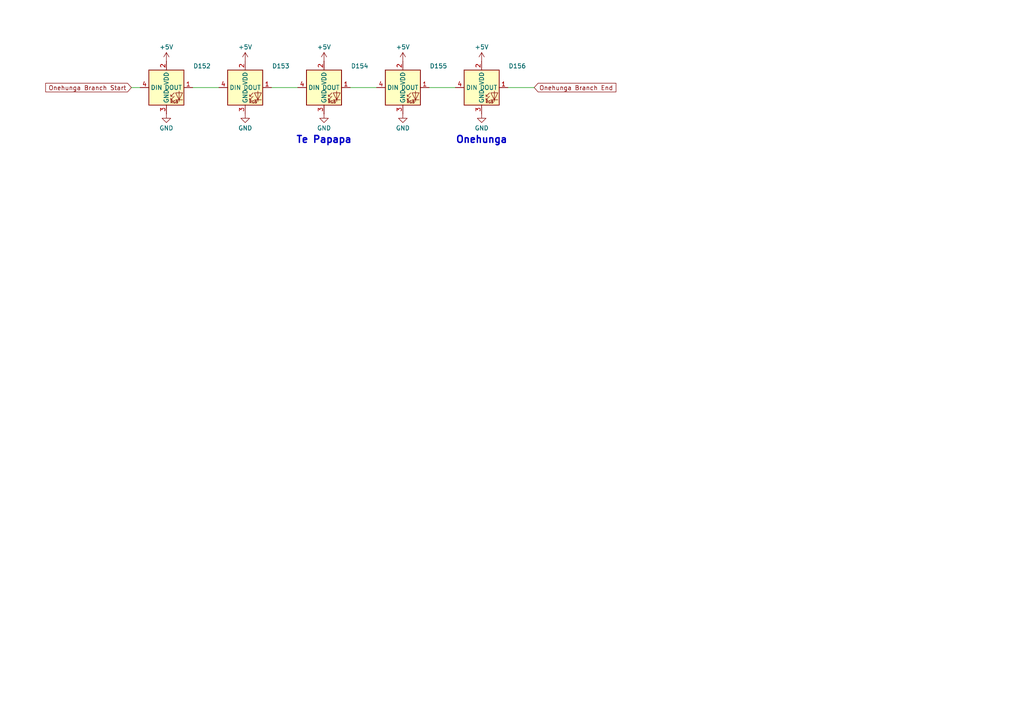
<source format=kicad_sch>
(kicad_sch (version 20250114) (generator "eeschema") (generator_version "9.0")
  (paper "A4")
  (title_block (title "Auckland Train Network Live Map") (date "2025-06-23") (rev "1.1.0") (company "Kea Studios") (comment 1 "©Chris Dirks") (comment 2 "MIT License"))
  (lib_symbols
    (symbol "PCM_JLCPCB-Extended:LED, WS2812B, 1615"
      (property "Reference" "D" (at 1.778 6.604 0))
      (symbol "LED, WS2812B, 1615_0_0"
        (text "RGB" (at 2.286 -4.191 0) (effects (font (size 0.762 0.762))))
      )
      (symbol "LED, WS2812B, 1615_0_1"
        (polyline (pts (xy 1.27 -2.54) (xy 1.778 -2.54)))
        (polyline (pts (xy 1.27 -3.556) (xy 1.778 -3.556)))
        (polyline (pts (xy 2.286 -1.524) (xy 1.27 -2.54) (xy 1.27 -2.032)))
        (polyline (pts (xy 2.286 -2.54) (xy 1.27 -3.556) (xy 1.27 -3.048)))
        (polyline (pts (xy 3.683 -1.016) (xy 3.683 -3.556) (xy 3.683 -4.064)))
        (polyline (pts (xy 4.699 -1.524) (xy 2.667 -1.524) (xy 3.683 -3.556) (xy 4.699 -1.524)))
        (polyline (pts (xy 4.699 -3.556) (xy 2.667 -3.556)))
        (rectangle (start 5.08 5.08) (end -5.08 -5.08) (stroke (width 0.254)) (fill (type background)))
      )
      (symbol "LED, WS2812B, 1615_1_1"
        (pin input line (at -7.62 0 0) (length 2.54) (name "DIN") (number "4"))
        (pin power_in line (at 0 7.62 270) (length 2.54) (name "VDD") (number "2"))
        (pin power_in line (at 0 -7.62 90) (length 2.54) (name "GND") (number "3"))
        (pin output line (at 7.62 0 180) (length 2.54) (name "DOUT") (number "1"))
      )
    )
    (symbol "power:+5V" (power) (pin_numbers (hide yes)) (pin_names (offset 0) (hide yes))
      (property "Value" "+5V" (at 0 3.556 0))
      (symbol "+5V_0_1"
        (polyline (pts (xy -0.762 1.27) (xy 0 2.54)))
        (polyline (pts (xy 0 2.54) (xy 0.762 1.27)))
        (polyline (pts (xy 0 0) (xy 0 2.54)))
      )
      (symbol "+5V_1_1"
        (pin power_in line (at 0 0 90) (length 0) (name "~") (number "1"))
      )
    )
    (symbol "power:GND" (power) (pin_numbers (hide yes)) (pin_names (offset 0) (hide yes))
      (property "Value" "GND" (at 0 -3.81 0))
      (symbol "GND_0_1"
        (polyline (pts (xy 0 0) (xy 0 -1.27) (xy 1.27 -1.27) (xy 0 -2.54) (xy -1.27 -1.27) (xy 0 -1.27)))
      )
      (symbol "GND_1_1"
        (pin power_in line (at 0 0 270) (length 0) (name "~") (number "1"))
      )
    )
  )
  (text "Te Papapa" (at 93.98 40.64 0) (effects (font (size 2 2) (thickness 0.4) (bold yes))))
  (text "Onehunga" (at 139.7 40.64 0) (effects (font (size 2 2) (thickness 0.4) (bold yes))))
  (wire (pts (xy 55.88 25.4) (xy 63.5 25.4)))
  (wire (pts (xy 147.32 25.4) (xy 154.94 25.4)))
  (wire (pts (xy 124.46 25.4) (xy 132.08 25.4)))
  (wire (pts (xy 78.74 25.4) (xy 86.36 25.4)))
  (wire (pts (xy 101.6 25.4) (xy 109.22 25.4)))
  (wire (pts (xy 40.64 25.4) (xy 38.1 25.4)))
  (global_label "Onehunga Branch End" (shape input) (at 154.94 25.4 0) (property "Intersheetrefs" "${INTERSHEET_REFS}" (effects (hide yes))))
  (global_label "Onehunga Branch Start" (shape input) (at 38.1 25.4 180) (property "Intersheetrefs" "${INTERSHEET_REFS}" (effects (hide yes))))
  (symbol (lib_id "power:GND") (at 93.98 33.02 0) (unit 1)
    (property "Reference" "#PWR0165" (effects (hide yes)))
    (property "Value" "GND" (at 93.98 37.1531 0))
    (property "Description" "Power symbol creates a global label with name \"GND\" , ground" (effects (hide yes)))
  )
  (symbol (lib_id "PCM_JLCPCB-Extended:LED, WS2812B, 1615") (at 93.98 25.4 0) (unit 1)
    (property "Reference" "D154" (at 104.3176 19.1534 0))
    (property "Value" "XL-1615RGBC-WS2812B-S" (effects (hide yes)))
    (property "Footprint" "PCM_JLCPCB:LED-SMD_4P-L1.6-W1.5_XL-1615RGBC-WS2812B" (effects (hide yes)))
    (property "Datasheet" "https://atta.szlcsc.com/upload/public/pdf/source/20230111/5AD58278EBED6B6650A81C53A19BF314.pdf" (effects (hide yes)))
    (property "Description" "1615 RGB LEDs(Built-in IC) ROHS" (effects (hide yes)))
    (property "LCSC" "C41413180" (effects (hide yes)))
  )
  (symbol (lib_id "power:+5V") (at 139.7 17.78 0) (unit 1)
    (property "Reference" "#PWR0168" (effects (hide yes)))
    (property "Value" "+5V" (at 139.7 13.6469 0))
    (property "Description" "Power symbol creates a global label with name \"+5V\"" (effects (hide yes)))
  )
  (symbol (lib_id "PCM_JLCPCB-Extended:LED, WS2812B, 1615") (at 48.26 25.4 0) (unit 1)
    (property "Reference" "D152" (at 58.5976 19.1534 0))
    (property "Value" "XL-1615RGBC-WS2812B-S" (effects (hide yes)))
    (property "Footprint" "PCM_JLCPCB:LED-SMD_4P-L1.6-W1.5_XL-1615RGBC-WS2812B" (effects (hide yes)))
    (property "Datasheet" "https://atta.szlcsc.com/upload/public/pdf/source/20230111/5AD58278EBED6B6650A81C53A19BF314.pdf" (effects (hide yes)))
    (property "Description" "1615 RGB LEDs(Built-in IC) ROHS" (effects (hide yes)))
    (property "LCSC" "C41413180" (effects (hide yes)))
  )
  (symbol (lib_id "PCM_JLCPCB-Extended:LED, WS2812B, 1615") (at 139.7 25.4 0) (unit 1)
    (property "Reference" "D156" (at 150.0376 19.1534 0))
    (property "Value" "XL-1615RGBC-WS2812B-S" (effects (hide yes)))
    (property "Footprint" "PCM_JLCPCB:LED-SMD_4P-L1.6-W1.5_XL-1615RGBC-WS2812B" (effects (hide yes)))
    (property "Datasheet" "https://atta.szlcsc.com/upload/public/pdf/source/20230111/5AD58278EBED6B6650A81C53A19BF314.pdf" (effects (hide yes)))
    (property "Description" "1615 RGB LEDs(Built-in IC) ROHS" (effects (hide yes)))
    (property "LCSC" "C41413180" (effects (hide yes)))
  )
  (symbol (lib_id "power:+5V") (at 116.84 17.78 0) (unit 1)
    (property "Reference" "#PWR0166" (effects (hide yes)))
    (property "Value" "+5V" (at 116.84 13.6469 0))
    (property "Description" "Power symbol creates a global label with name \"+5V\"" (effects (hide yes)))
  )
  (symbol (lib_id "PCM_JLCPCB-Extended:LED, WS2812B, 1615") (at 71.12 25.4 0) (unit 1)
    (property "Reference" "D153" (at 81.4576 19.1534 0))
    (property "Value" "XL-1615RGBC-WS2812B-S" (effects (hide yes)))
    (property "Footprint" "PCM_JLCPCB:LED-SMD_4P-L1.6-W1.5_XL-1615RGBC-WS2812B" (effects (hide yes)))
    (property "Datasheet" "https://atta.szlcsc.com/upload/public/pdf/source/20230111/5AD58278EBED6B6650A81C53A19BF314.pdf" (effects (hide yes)))
    (property "Description" "1615 RGB LEDs(Built-in IC) ROHS" (effects (hide yes)))
    (property "LCSC" "C41413180" (effects (hide yes)))
  )
  (symbol (lib_id "power:+5V") (at 93.98 17.78 0) (unit 1)
    (property "Reference" "#PWR0164" (effects (hide yes)))
    (property "Value" "+5V" (at 93.98 13.6469 0))
    (property "Description" "Power symbol creates a global label with name \"+5V\"" (effects (hide yes)))
  )
  (symbol (lib_id "power:+5V") (at 71.12 17.78 0) (unit 1)
    (property "Reference" "#PWR0162" (effects (hide yes)))
    (property "Value" "+5V" (at 71.12 13.6469 0))
    (property "Description" "Power symbol creates a global label with name \"+5V\"" (effects (hide yes)))
  )
  (symbol (lib_id "power:GND") (at 139.7 33.02 0) (unit 1)
    (property "Reference" "#PWR0169" (effects (hide yes)))
    (property "Value" "GND" (at 139.7 37.1531 0))
    (property "Description" "Power symbol creates a global label with name \"GND\" , ground" (effects (hide yes)))
  )
  (symbol (lib_id "power:GND") (at 48.26 33.02 0) (unit 1)
    (property "Reference" "#PWR0161" (effects (hide yes)))
    (property "Value" "GND" (at 48.26 37.1531 0))
    (property "Description" "Power symbol creates a global label with name \"GND\" , ground" (effects (hide yes)))
  )
  (symbol (lib_id "power:+5V") (at 48.26 17.78 0) (unit 1)
    (property "Reference" "#PWR0160" (effects (hide yes)))
    (property "Value" "+5V" (at 48.26 13.6469 0))
    (property "Description" "Power symbol creates a global label with name \"+5V\"" (effects (hide yes)))
  )
  (symbol (lib_id "power:GND") (at 71.12 33.02 0) (unit 1)
    (property "Reference" "#PWR0163" (effects (hide yes)))
    (property "Value" "GND" (at 71.12 37.1531 0))
    (property "Description" "Power symbol creates a global label with name \"GND\" , ground" (effects (hide yes)))
  )
  (symbol (lib_id "PCM_JLCPCB-Extended:LED, WS2812B, 1615") (at 116.84 25.4 0) (unit 1)
    (property "Reference" "D155" (at 127.1776 19.1534 0))
    (property "Value" "XL-1615RGBC-WS2812B-S" (effects (hide yes)))
    (property "Footprint" "PCM_JLCPCB:LED-SMD_4P-L1.6-W1.5_XL-1615RGBC-WS2812B" (effects (hide yes)))
    (property "Datasheet" "https://atta.szlcsc.com/upload/public/pdf/source/20230111/5AD58278EBED6B6650A81C53A19BF314.pdf" (effects (hide yes)))
    (property "Description" "1615 RGB LEDs(Built-in IC) ROHS" (effects (hide yes)))
    (property "LCSC" "C41413180" (effects (hide yes)))
  )
  (symbol (lib_id "power:GND") (at 116.84 33.02 0) (unit 1)
    (property "Reference" "#PWR0167" (effects (hide yes)))
    (property "Value" "GND" (at 116.84 37.1531 0))
    (property "Description" "Power symbol creates a global label with name \"GND\" , ground" (effects (hide yes)))
  )
)
</source>
